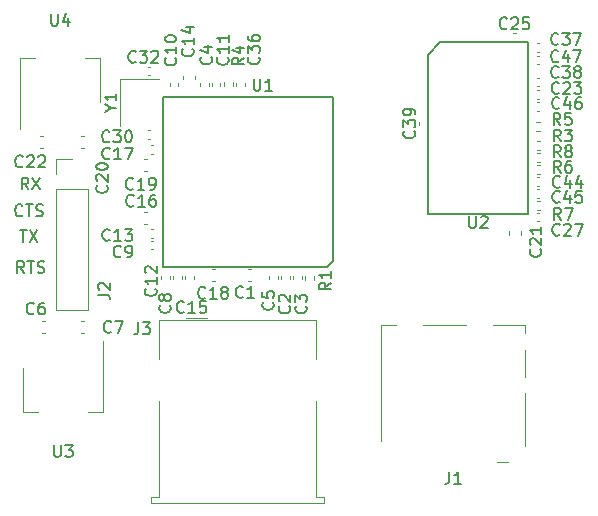
<source format=gbr>
%TF.GenerationSoftware,KiCad,Pcbnew,(5.1.7)-1*%
%TF.CreationDate,2021-06-10T10:44:12-07:00*%
%TF.ProjectId,Keychain,4b657963-6861-4696-9e2e-6b696361645f,rev?*%
%TF.SameCoordinates,Original*%
%TF.FileFunction,Legend,Top*%
%TF.FilePolarity,Positive*%
%FSLAX46Y46*%
G04 Gerber Fmt 4.6, Leading zero omitted, Abs format (unit mm)*
G04 Created by KiCad (PCBNEW (5.1.7)-1) date 2021-06-10 10:44:12*
%MOMM*%
%LPD*%
G01*
G04 APERTURE LIST*
%ADD10C,0.150000*%
%ADD11C,0.120000*%
G04 APERTURE END LIST*
D10*
X120932380Y-91812380D02*
X120599047Y-91336190D01*
X120360952Y-91812380D02*
X120360952Y-90812380D01*
X120741904Y-90812380D01*
X120837142Y-90860000D01*
X120884761Y-90907619D01*
X120932380Y-91002857D01*
X120932380Y-91145714D01*
X120884761Y-91240952D01*
X120837142Y-91288571D01*
X120741904Y-91336190D01*
X120360952Y-91336190D01*
X121218095Y-90812380D02*
X121789523Y-90812380D01*
X121503809Y-91812380D02*
X121503809Y-90812380D01*
X122075238Y-91764761D02*
X122218095Y-91812380D01*
X122456190Y-91812380D01*
X122551428Y-91764761D01*
X122599047Y-91717142D01*
X122646666Y-91621904D01*
X122646666Y-91526666D01*
X122599047Y-91431428D01*
X122551428Y-91383809D01*
X122456190Y-91336190D01*
X122265714Y-91288571D01*
X122170476Y-91240952D01*
X122122857Y-91193333D01*
X122075238Y-91098095D01*
X122075238Y-91002857D01*
X122122857Y-90907619D01*
X122170476Y-90860000D01*
X122265714Y-90812380D01*
X122503809Y-90812380D01*
X122646666Y-90860000D01*
X120588095Y-88202380D02*
X121159523Y-88202380D01*
X120873809Y-89202380D02*
X120873809Y-88202380D01*
X121397619Y-88202380D02*
X122064285Y-89202380D01*
X122064285Y-88202380D02*
X121397619Y-89202380D01*
X120792380Y-86927142D02*
X120744761Y-86974761D01*
X120601904Y-87022380D01*
X120506666Y-87022380D01*
X120363809Y-86974761D01*
X120268571Y-86879523D01*
X120220952Y-86784285D01*
X120173333Y-86593809D01*
X120173333Y-86450952D01*
X120220952Y-86260476D01*
X120268571Y-86165238D01*
X120363809Y-86070000D01*
X120506666Y-86022380D01*
X120601904Y-86022380D01*
X120744761Y-86070000D01*
X120792380Y-86117619D01*
X121078095Y-86022380D02*
X121649523Y-86022380D01*
X121363809Y-87022380D02*
X121363809Y-86022380D01*
X121935238Y-86974761D02*
X122078095Y-87022380D01*
X122316190Y-87022380D01*
X122411428Y-86974761D01*
X122459047Y-86927142D01*
X122506666Y-86831904D01*
X122506666Y-86736666D01*
X122459047Y-86641428D01*
X122411428Y-86593809D01*
X122316190Y-86546190D01*
X122125714Y-86498571D01*
X122030476Y-86450952D01*
X121982857Y-86403333D01*
X121935238Y-86308095D01*
X121935238Y-86212857D01*
X121982857Y-86117619D01*
X122030476Y-86070000D01*
X122125714Y-86022380D01*
X122363809Y-86022380D01*
X122506666Y-86070000D01*
X121303333Y-84752380D02*
X120970000Y-84276190D01*
X120731904Y-84752380D02*
X120731904Y-83752380D01*
X121112857Y-83752380D01*
X121208095Y-83800000D01*
X121255714Y-83847619D01*
X121303333Y-83942857D01*
X121303333Y-84085714D01*
X121255714Y-84180952D01*
X121208095Y-84228571D01*
X121112857Y-84276190D01*
X120731904Y-84276190D01*
X121636666Y-83752380D02*
X122303333Y-84752380D01*
X122303333Y-83752380D02*
X121636666Y-84752380D01*
%TO.C,U1*%
X132681500Y-91324000D02*
X132681500Y-76924000D01*
X147081500Y-76924000D02*
X132681500Y-76924000D01*
X146281500Y-91324000D02*
X132681500Y-91324000D01*
X147081500Y-90524000D02*
X147081500Y-76924000D01*
X146281500Y-91324000D02*
X146581500Y-91324000D01*
X146581500Y-91324000D02*
X147081500Y-90824000D01*
X147081500Y-90824000D02*
X147081500Y-90524000D01*
D11*
%TO.C,C27*%
X164342164Y-87460000D02*
X164557836Y-87460000D01*
X164342164Y-86740000D02*
X164557836Y-86740000D01*
%TO.C,Y1*%
X129075000Y-75400000D02*
X129075000Y-79400000D01*
X132375000Y-75400000D02*
X129075000Y-75400000D01*
%TO.C,U4*%
X120565000Y-79600000D02*
X120565000Y-73590000D01*
X127385000Y-77350000D02*
X127385000Y-73590000D01*
X120565000Y-73590000D02*
X121825000Y-73590000D01*
X127385000Y-73590000D02*
X126125000Y-73590000D01*
%TO.C,U3*%
X127635000Y-97600000D02*
X127635000Y-103610000D01*
X120815000Y-99850000D02*
X120815000Y-103610000D01*
X127635000Y-103610000D02*
X126375000Y-103610000D01*
X120815000Y-103610000D02*
X122075000Y-103610000D01*
%TO.C,R8*%
X164628641Y-81670000D02*
X164321359Y-81670000D01*
X164628641Y-82430000D02*
X164321359Y-82430000D01*
%TO.C,R4*%
X137845000Y-75696359D02*
X137845000Y-76003641D01*
X138605000Y-75696359D02*
X138605000Y-76003641D01*
%TO.C,R3*%
X164321359Y-81405000D02*
X164628641Y-81405000D01*
X164321359Y-80645000D02*
X164628641Y-80645000D01*
%TO.C,R1*%
X144720000Y-92071359D02*
X144720000Y-92378641D01*
X145480000Y-92071359D02*
X145480000Y-92378641D01*
%TO.C,J3*%
X134625000Y-95600000D02*
X136425000Y-95600000D01*
X146335000Y-110780000D02*
X145685000Y-110780000D01*
X131715000Y-110780000D02*
X131715000Y-111300000D01*
X145685000Y-102670000D02*
X145685000Y-110780000D01*
X131715000Y-111300000D02*
X146335000Y-111300000D01*
X146335000Y-111300000D02*
X146335000Y-110780000D01*
X145685000Y-95820000D02*
X145685000Y-99150000D01*
X132365000Y-95820000D02*
X132365000Y-99150000D01*
X132365000Y-95820000D02*
X145685000Y-95820000D01*
X132365000Y-110780000D02*
X131715000Y-110780000D01*
X132365000Y-110780000D02*
X132365000Y-102670000D01*
%TO.C,J2*%
X123670000Y-82145000D02*
X125000000Y-82145000D01*
X123670000Y-83475000D02*
X123670000Y-82145000D01*
X123670000Y-84745000D02*
X126330000Y-84745000D01*
X126330000Y-84745000D02*
X126330000Y-94965000D01*
X123670000Y-84745000D02*
X123670000Y-94965000D01*
X123670000Y-94965000D02*
X126330000Y-94965000D01*
%TO.C,J1*%
X163345000Y-106475000D02*
X163345000Y-102025000D01*
X163345000Y-100625000D02*
X163345000Y-98325000D01*
X163345000Y-96925000D02*
X163345000Y-96205000D01*
X163345000Y-96205000D02*
X160665000Y-96205000D01*
X158365000Y-96205000D02*
X154695000Y-96205000D01*
X152395000Y-96205000D02*
X151165000Y-96205000D01*
X151165000Y-96205000D02*
X151165000Y-106025000D01*
X161865000Y-107845000D02*
X161005000Y-107845000D01*
%TO.C,C39*%
X155110000Y-79282836D02*
X155110000Y-79067164D01*
X154390000Y-79282836D02*
X154390000Y-79067164D01*
%TO.C,C38*%
X164317164Y-76035000D02*
X164532836Y-76035000D01*
X164317164Y-75315000D02*
X164532836Y-75315000D01*
%TO.C,C37*%
X164317164Y-73085000D02*
X164532836Y-73085000D01*
X164317164Y-72365000D02*
X164532836Y-72365000D01*
%TO.C,C36*%
X139610000Y-75982836D02*
X139610000Y-75767164D01*
X138890000Y-75982836D02*
X138890000Y-75767164D01*
%TO.C,C32*%
X131417164Y-75085000D02*
X131632836Y-75085000D01*
X131417164Y-74365000D02*
X131632836Y-74365000D01*
%TO.C,C30*%
X131632836Y-79740000D02*
X131417164Y-79740000D01*
X131632836Y-80460000D02*
X131417164Y-80460000D01*
%TO.C,C22*%
X122565580Y-80265000D02*
X122284420Y-80265000D01*
X122565580Y-81285000D02*
X122284420Y-81285000D01*
%TO.C,C20*%
X125734420Y-81285000D02*
X126015580Y-81285000D01*
X125734420Y-80265000D02*
X126015580Y-80265000D01*
%TO.C,C19*%
X131340580Y-82165000D02*
X131059420Y-82165000D01*
X131340580Y-83185000D02*
X131059420Y-83185000D01*
%TO.C,C18*%
X136809420Y-92535000D02*
X137090580Y-92535000D01*
X136809420Y-91515000D02*
X137090580Y-91515000D01*
%TO.C,C17*%
X131882836Y-80990000D02*
X131667164Y-80990000D01*
X131882836Y-81710000D02*
X131667164Y-81710000D01*
%TO.C,C16*%
X131340580Y-86690000D02*
X131059420Y-86690000D01*
X131340580Y-87710000D02*
X131059420Y-87710000D01*
%TO.C,C15*%
X134565000Y-92092164D02*
X134565000Y-92307836D01*
X135285000Y-92092164D02*
X135285000Y-92307836D01*
%TO.C,C14*%
X135410000Y-75440580D02*
X135410000Y-75159420D01*
X134390000Y-75440580D02*
X134390000Y-75159420D01*
%TO.C,C13*%
X131882836Y-88115000D02*
X131667164Y-88115000D01*
X131882836Y-88835000D02*
X131667164Y-88835000D01*
%TO.C,C12*%
X132565000Y-92092164D02*
X132565000Y-92307836D01*
X133285000Y-92092164D02*
X133285000Y-92307836D01*
%TO.C,C11*%
X137560000Y-75957836D02*
X137560000Y-75742164D01*
X136840000Y-75957836D02*
X136840000Y-75742164D01*
%TO.C,C10*%
X133985000Y-75982836D02*
X133985000Y-75767164D01*
X133265000Y-75982836D02*
X133265000Y-75767164D01*
%TO.C,C9*%
X131882836Y-89115000D02*
X131667164Y-89115000D01*
X131882836Y-89835000D02*
X131667164Y-89835000D01*
%TO.C,C8*%
X133565000Y-92092164D02*
X133565000Y-92307836D01*
X134285000Y-92092164D02*
X134285000Y-92307836D01*
%TO.C,C7*%
X125759420Y-96910000D02*
X126040580Y-96910000D01*
X125759420Y-95890000D02*
X126040580Y-95890000D01*
%TO.C,C6*%
X122715580Y-95890000D02*
X122434420Y-95890000D01*
X122715580Y-96910000D02*
X122434420Y-96910000D01*
%TO.C,C5*%
X141690000Y-92092164D02*
X141690000Y-92307836D01*
X142410000Y-92092164D02*
X142410000Y-92307836D01*
%TO.C,C4*%
X136560000Y-75957836D02*
X136560000Y-75742164D01*
X135840000Y-75957836D02*
X135840000Y-75742164D01*
%TO.C,C3*%
X143715000Y-92092164D02*
X143715000Y-92307836D01*
X144435000Y-92092164D02*
X144435000Y-92307836D01*
%TO.C,C2*%
X142715000Y-92092164D02*
X142715000Y-92307836D01*
X143435000Y-92092164D02*
X143435000Y-92307836D01*
%TO.C,C1*%
X140140580Y-91515000D02*
X139859420Y-91515000D01*
X140140580Y-92535000D02*
X139859420Y-92535000D01*
D10*
%TO.C,U2*%
X156165000Y-72300000D02*
X155115000Y-73350000D01*
X155115000Y-73350000D02*
X155115000Y-86800000D01*
X155115000Y-86800000D02*
X163615000Y-86800000D01*
X163615000Y-86800000D02*
X163615000Y-72300000D01*
X163615000Y-72300000D02*
X156165000Y-72300000D01*
D11*
%TO.C,R7*%
X164628641Y-86455000D02*
X164321359Y-86455000D01*
X164628641Y-85695000D02*
X164321359Y-85695000D01*
%TO.C,R6*%
X164321359Y-82695000D02*
X164628641Y-82695000D01*
X164321359Y-83455000D02*
X164628641Y-83455000D01*
%TO.C,C45*%
X164347164Y-84715000D02*
X164562836Y-84715000D01*
X164347164Y-85435000D02*
X164562836Y-85435000D01*
%TO.C,C44*%
X164557836Y-84435000D02*
X164342164Y-84435000D01*
X164557836Y-83715000D02*
X164342164Y-83715000D01*
%TO.C,C25*%
X162342164Y-71540000D02*
X162557836Y-71540000D01*
X162342164Y-72260000D02*
X162557836Y-72260000D01*
%TO.C,C23*%
X164317164Y-76340000D02*
X164532836Y-76340000D01*
X164317164Y-77060000D02*
X164532836Y-77060000D01*
%TO.C,C21*%
X163035000Y-88309420D02*
X163035000Y-88590580D01*
X162015000Y-88309420D02*
X162015000Y-88590580D01*
%TO.C,R5*%
X164603641Y-79780000D02*
X164296359Y-79780000D01*
X164603641Y-79020000D02*
X164296359Y-79020000D01*
%TO.C,C47*%
X164532836Y-74160000D02*
X164317164Y-74160000D01*
X164532836Y-73440000D02*
X164317164Y-73440000D01*
%TO.C,C46*%
X164317164Y-77390000D02*
X164532836Y-77390000D01*
X164317164Y-78110000D02*
X164532836Y-78110000D01*
%TO.C,U1*%
D10*
X140363095Y-75377380D02*
X140363095Y-76186904D01*
X140410714Y-76282142D01*
X140458333Y-76329761D01*
X140553571Y-76377380D01*
X140744047Y-76377380D01*
X140839285Y-76329761D01*
X140886904Y-76282142D01*
X140934523Y-76186904D01*
X140934523Y-75377380D01*
X141934523Y-76377380D02*
X141363095Y-76377380D01*
X141648809Y-76377380D02*
X141648809Y-75377380D01*
X141553571Y-75520238D01*
X141458333Y-75615476D01*
X141363095Y-75663095D01*
%TO.C,C27*%
X166282142Y-88557142D02*
X166234523Y-88604761D01*
X166091666Y-88652380D01*
X165996428Y-88652380D01*
X165853571Y-88604761D01*
X165758333Y-88509523D01*
X165710714Y-88414285D01*
X165663095Y-88223809D01*
X165663095Y-88080952D01*
X165710714Y-87890476D01*
X165758333Y-87795238D01*
X165853571Y-87700000D01*
X165996428Y-87652380D01*
X166091666Y-87652380D01*
X166234523Y-87700000D01*
X166282142Y-87747619D01*
X166663095Y-87747619D02*
X166710714Y-87700000D01*
X166805952Y-87652380D01*
X167044047Y-87652380D01*
X167139285Y-87700000D01*
X167186904Y-87747619D01*
X167234523Y-87842857D01*
X167234523Y-87938095D01*
X167186904Y-88080952D01*
X166615476Y-88652380D01*
X167234523Y-88652380D01*
X167567857Y-87652380D02*
X168234523Y-87652380D01*
X167805952Y-88652380D01*
%TO.C,Y1*%
X128276190Y-77826190D02*
X128752380Y-77826190D01*
X127752380Y-78159523D02*
X128276190Y-77826190D01*
X127752380Y-77492857D01*
X128752380Y-76635714D02*
X128752380Y-77207142D01*
X128752380Y-76921428D02*
X127752380Y-76921428D01*
X127895238Y-77016666D01*
X127990476Y-77111904D01*
X128038095Y-77207142D01*
%TO.C,U4*%
X123213095Y-69877380D02*
X123213095Y-70686904D01*
X123260714Y-70782142D01*
X123308333Y-70829761D01*
X123403571Y-70877380D01*
X123594047Y-70877380D01*
X123689285Y-70829761D01*
X123736904Y-70782142D01*
X123784523Y-70686904D01*
X123784523Y-69877380D01*
X124689285Y-70210714D02*
X124689285Y-70877380D01*
X124451190Y-69829761D02*
X124213095Y-70544047D01*
X124832142Y-70544047D01*
%TO.C,U3*%
X123463095Y-106402380D02*
X123463095Y-107211904D01*
X123510714Y-107307142D01*
X123558333Y-107354761D01*
X123653571Y-107402380D01*
X123844047Y-107402380D01*
X123939285Y-107354761D01*
X123986904Y-107307142D01*
X124034523Y-107211904D01*
X124034523Y-106402380D01*
X124415476Y-106402380D02*
X125034523Y-106402380D01*
X124701190Y-106783333D01*
X124844047Y-106783333D01*
X124939285Y-106830952D01*
X124986904Y-106878571D01*
X125034523Y-106973809D01*
X125034523Y-107211904D01*
X124986904Y-107307142D01*
X124939285Y-107354761D01*
X124844047Y-107402380D01*
X124558333Y-107402380D01*
X124463095Y-107354761D01*
X124415476Y-107307142D01*
%TO.C,R8*%
X166358333Y-82027380D02*
X166025000Y-81551190D01*
X165786904Y-82027380D02*
X165786904Y-81027380D01*
X166167857Y-81027380D01*
X166263095Y-81075000D01*
X166310714Y-81122619D01*
X166358333Y-81217857D01*
X166358333Y-81360714D01*
X166310714Y-81455952D01*
X166263095Y-81503571D01*
X166167857Y-81551190D01*
X165786904Y-81551190D01*
X166929761Y-81455952D02*
X166834523Y-81408333D01*
X166786904Y-81360714D01*
X166739285Y-81265476D01*
X166739285Y-81217857D01*
X166786904Y-81122619D01*
X166834523Y-81075000D01*
X166929761Y-81027380D01*
X167120238Y-81027380D01*
X167215476Y-81075000D01*
X167263095Y-81122619D01*
X167310714Y-81217857D01*
X167310714Y-81265476D01*
X167263095Y-81360714D01*
X167215476Y-81408333D01*
X167120238Y-81455952D01*
X166929761Y-81455952D01*
X166834523Y-81503571D01*
X166786904Y-81551190D01*
X166739285Y-81646428D01*
X166739285Y-81836904D01*
X166786904Y-81932142D01*
X166834523Y-81979761D01*
X166929761Y-82027380D01*
X167120238Y-82027380D01*
X167215476Y-81979761D01*
X167263095Y-81932142D01*
X167310714Y-81836904D01*
X167310714Y-81646428D01*
X167263095Y-81551190D01*
X167215476Y-81503571D01*
X167120238Y-81455952D01*
%TO.C,R4*%
X139552380Y-73591666D02*
X139076190Y-73925000D01*
X139552380Y-74163095D02*
X138552380Y-74163095D01*
X138552380Y-73782142D01*
X138600000Y-73686904D01*
X138647619Y-73639285D01*
X138742857Y-73591666D01*
X138885714Y-73591666D01*
X138980952Y-73639285D01*
X139028571Y-73686904D01*
X139076190Y-73782142D01*
X139076190Y-74163095D01*
X138885714Y-72734523D02*
X139552380Y-72734523D01*
X138504761Y-72972619D02*
X139219047Y-73210714D01*
X139219047Y-72591666D01*
%TO.C,R3*%
X166358333Y-80677380D02*
X166025000Y-80201190D01*
X165786904Y-80677380D02*
X165786904Y-79677380D01*
X166167857Y-79677380D01*
X166263095Y-79725000D01*
X166310714Y-79772619D01*
X166358333Y-79867857D01*
X166358333Y-80010714D01*
X166310714Y-80105952D01*
X166263095Y-80153571D01*
X166167857Y-80201190D01*
X165786904Y-80201190D01*
X166691666Y-79677380D02*
X167310714Y-79677380D01*
X166977380Y-80058333D01*
X167120238Y-80058333D01*
X167215476Y-80105952D01*
X167263095Y-80153571D01*
X167310714Y-80248809D01*
X167310714Y-80486904D01*
X167263095Y-80582142D01*
X167215476Y-80629761D01*
X167120238Y-80677380D01*
X166834523Y-80677380D01*
X166739285Y-80629761D01*
X166691666Y-80582142D01*
%TO.C,R1*%
X146902380Y-92641666D02*
X146426190Y-92975000D01*
X146902380Y-93213095D02*
X145902380Y-93213095D01*
X145902380Y-92832142D01*
X145950000Y-92736904D01*
X145997619Y-92689285D01*
X146092857Y-92641666D01*
X146235714Y-92641666D01*
X146330952Y-92689285D01*
X146378571Y-92736904D01*
X146426190Y-92832142D01*
X146426190Y-93213095D01*
X146902380Y-91689285D02*
X146902380Y-92260714D01*
X146902380Y-91975000D02*
X145902380Y-91975000D01*
X146045238Y-92070238D01*
X146140476Y-92165476D01*
X146188095Y-92260714D01*
%TO.C,J3*%
X130591666Y-96002380D02*
X130591666Y-96716666D01*
X130544047Y-96859523D01*
X130448809Y-96954761D01*
X130305952Y-97002380D01*
X130210714Y-97002380D01*
X130972619Y-96002380D02*
X131591666Y-96002380D01*
X131258333Y-96383333D01*
X131401190Y-96383333D01*
X131496428Y-96430952D01*
X131544047Y-96478571D01*
X131591666Y-96573809D01*
X131591666Y-96811904D01*
X131544047Y-96907142D01*
X131496428Y-96954761D01*
X131401190Y-97002380D01*
X131115476Y-97002380D01*
X131020238Y-96954761D01*
X130972619Y-96907142D01*
%TO.C,J2*%
X127202380Y-93663333D02*
X127916666Y-93663333D01*
X128059523Y-93710952D01*
X128154761Y-93806190D01*
X128202380Y-93949047D01*
X128202380Y-94044285D01*
X127297619Y-93234761D02*
X127250000Y-93187142D01*
X127202380Y-93091904D01*
X127202380Y-92853809D01*
X127250000Y-92758571D01*
X127297619Y-92710952D01*
X127392857Y-92663333D01*
X127488095Y-92663333D01*
X127630952Y-92710952D01*
X128202380Y-93282380D01*
X128202380Y-92663333D01*
%TO.C,J1*%
X156941666Y-108657380D02*
X156941666Y-109371666D01*
X156894047Y-109514523D01*
X156798809Y-109609761D01*
X156655952Y-109657380D01*
X156560714Y-109657380D01*
X157941666Y-109657380D02*
X157370238Y-109657380D01*
X157655952Y-109657380D02*
X157655952Y-108657380D01*
X157560714Y-108800238D01*
X157465476Y-108895476D01*
X157370238Y-108943095D01*
%TO.C,C39*%
X153947142Y-79817857D02*
X153994761Y-79865476D01*
X154042380Y-80008333D01*
X154042380Y-80103571D01*
X153994761Y-80246428D01*
X153899523Y-80341666D01*
X153804285Y-80389285D01*
X153613809Y-80436904D01*
X153470952Y-80436904D01*
X153280476Y-80389285D01*
X153185238Y-80341666D01*
X153090000Y-80246428D01*
X153042380Y-80103571D01*
X153042380Y-80008333D01*
X153090000Y-79865476D01*
X153137619Y-79817857D01*
X153042380Y-79484523D02*
X153042380Y-78865476D01*
X153423333Y-79198809D01*
X153423333Y-79055952D01*
X153470952Y-78960714D01*
X153518571Y-78913095D01*
X153613809Y-78865476D01*
X153851904Y-78865476D01*
X153947142Y-78913095D01*
X153994761Y-78960714D01*
X154042380Y-79055952D01*
X154042380Y-79341666D01*
X153994761Y-79436904D01*
X153947142Y-79484523D01*
X154042380Y-78389285D02*
X154042380Y-78198809D01*
X153994761Y-78103571D01*
X153947142Y-78055952D01*
X153804285Y-77960714D01*
X153613809Y-77913095D01*
X153232857Y-77913095D01*
X153137619Y-77960714D01*
X153090000Y-78008333D01*
X153042380Y-78103571D01*
X153042380Y-78294047D01*
X153090000Y-78389285D01*
X153137619Y-78436904D01*
X153232857Y-78484523D01*
X153470952Y-78484523D01*
X153566190Y-78436904D01*
X153613809Y-78389285D01*
X153661428Y-78294047D01*
X153661428Y-78103571D01*
X153613809Y-78008333D01*
X153566190Y-77960714D01*
X153470952Y-77913095D01*
%TO.C,C38*%
X166182142Y-75207142D02*
X166134523Y-75254761D01*
X165991666Y-75302380D01*
X165896428Y-75302380D01*
X165753571Y-75254761D01*
X165658333Y-75159523D01*
X165610714Y-75064285D01*
X165563095Y-74873809D01*
X165563095Y-74730952D01*
X165610714Y-74540476D01*
X165658333Y-74445238D01*
X165753571Y-74350000D01*
X165896428Y-74302380D01*
X165991666Y-74302380D01*
X166134523Y-74350000D01*
X166182142Y-74397619D01*
X166515476Y-74302380D02*
X167134523Y-74302380D01*
X166801190Y-74683333D01*
X166944047Y-74683333D01*
X167039285Y-74730952D01*
X167086904Y-74778571D01*
X167134523Y-74873809D01*
X167134523Y-75111904D01*
X167086904Y-75207142D01*
X167039285Y-75254761D01*
X166944047Y-75302380D01*
X166658333Y-75302380D01*
X166563095Y-75254761D01*
X166515476Y-75207142D01*
X167705952Y-74730952D02*
X167610714Y-74683333D01*
X167563095Y-74635714D01*
X167515476Y-74540476D01*
X167515476Y-74492857D01*
X167563095Y-74397619D01*
X167610714Y-74350000D01*
X167705952Y-74302380D01*
X167896428Y-74302380D01*
X167991666Y-74350000D01*
X168039285Y-74397619D01*
X168086904Y-74492857D01*
X168086904Y-74540476D01*
X168039285Y-74635714D01*
X167991666Y-74683333D01*
X167896428Y-74730952D01*
X167705952Y-74730952D01*
X167610714Y-74778571D01*
X167563095Y-74826190D01*
X167515476Y-74921428D01*
X167515476Y-75111904D01*
X167563095Y-75207142D01*
X167610714Y-75254761D01*
X167705952Y-75302380D01*
X167896428Y-75302380D01*
X167991666Y-75254761D01*
X168039285Y-75207142D01*
X168086904Y-75111904D01*
X168086904Y-74921428D01*
X168039285Y-74826190D01*
X167991666Y-74778571D01*
X167896428Y-74730952D01*
%TO.C,C37*%
X166157142Y-72407142D02*
X166109523Y-72454761D01*
X165966666Y-72502380D01*
X165871428Y-72502380D01*
X165728571Y-72454761D01*
X165633333Y-72359523D01*
X165585714Y-72264285D01*
X165538095Y-72073809D01*
X165538095Y-71930952D01*
X165585714Y-71740476D01*
X165633333Y-71645238D01*
X165728571Y-71550000D01*
X165871428Y-71502380D01*
X165966666Y-71502380D01*
X166109523Y-71550000D01*
X166157142Y-71597619D01*
X166490476Y-71502380D02*
X167109523Y-71502380D01*
X166776190Y-71883333D01*
X166919047Y-71883333D01*
X167014285Y-71930952D01*
X167061904Y-71978571D01*
X167109523Y-72073809D01*
X167109523Y-72311904D01*
X167061904Y-72407142D01*
X167014285Y-72454761D01*
X166919047Y-72502380D01*
X166633333Y-72502380D01*
X166538095Y-72454761D01*
X166490476Y-72407142D01*
X167442857Y-71502380D02*
X168109523Y-71502380D01*
X167680952Y-72502380D01*
%TO.C,C36*%
X140782142Y-73542857D02*
X140829761Y-73590476D01*
X140877380Y-73733333D01*
X140877380Y-73828571D01*
X140829761Y-73971428D01*
X140734523Y-74066666D01*
X140639285Y-74114285D01*
X140448809Y-74161904D01*
X140305952Y-74161904D01*
X140115476Y-74114285D01*
X140020238Y-74066666D01*
X139925000Y-73971428D01*
X139877380Y-73828571D01*
X139877380Y-73733333D01*
X139925000Y-73590476D01*
X139972619Y-73542857D01*
X139877380Y-73209523D02*
X139877380Y-72590476D01*
X140258333Y-72923809D01*
X140258333Y-72780952D01*
X140305952Y-72685714D01*
X140353571Y-72638095D01*
X140448809Y-72590476D01*
X140686904Y-72590476D01*
X140782142Y-72638095D01*
X140829761Y-72685714D01*
X140877380Y-72780952D01*
X140877380Y-73066666D01*
X140829761Y-73161904D01*
X140782142Y-73209523D01*
X139877380Y-71733333D02*
X139877380Y-71923809D01*
X139925000Y-72019047D01*
X139972619Y-72066666D01*
X140115476Y-72161904D01*
X140305952Y-72209523D01*
X140686904Y-72209523D01*
X140782142Y-72161904D01*
X140829761Y-72114285D01*
X140877380Y-72019047D01*
X140877380Y-71828571D01*
X140829761Y-71733333D01*
X140782142Y-71685714D01*
X140686904Y-71638095D01*
X140448809Y-71638095D01*
X140353571Y-71685714D01*
X140305952Y-71733333D01*
X140258333Y-71828571D01*
X140258333Y-72019047D01*
X140305952Y-72114285D01*
X140353571Y-72161904D01*
X140448809Y-72209523D01*
%TO.C,C32*%
X130382142Y-73922142D02*
X130334523Y-73969761D01*
X130191666Y-74017380D01*
X130096428Y-74017380D01*
X129953571Y-73969761D01*
X129858333Y-73874523D01*
X129810714Y-73779285D01*
X129763095Y-73588809D01*
X129763095Y-73445952D01*
X129810714Y-73255476D01*
X129858333Y-73160238D01*
X129953571Y-73065000D01*
X130096428Y-73017380D01*
X130191666Y-73017380D01*
X130334523Y-73065000D01*
X130382142Y-73112619D01*
X130715476Y-73017380D02*
X131334523Y-73017380D01*
X131001190Y-73398333D01*
X131144047Y-73398333D01*
X131239285Y-73445952D01*
X131286904Y-73493571D01*
X131334523Y-73588809D01*
X131334523Y-73826904D01*
X131286904Y-73922142D01*
X131239285Y-73969761D01*
X131144047Y-74017380D01*
X130858333Y-74017380D01*
X130763095Y-73969761D01*
X130715476Y-73922142D01*
X131715476Y-73112619D02*
X131763095Y-73065000D01*
X131858333Y-73017380D01*
X132096428Y-73017380D01*
X132191666Y-73065000D01*
X132239285Y-73112619D01*
X132286904Y-73207857D01*
X132286904Y-73303095D01*
X132239285Y-73445952D01*
X131667857Y-74017380D01*
X132286904Y-74017380D01*
%TO.C,C30*%
X128157142Y-80657142D02*
X128109523Y-80704761D01*
X127966666Y-80752380D01*
X127871428Y-80752380D01*
X127728571Y-80704761D01*
X127633333Y-80609523D01*
X127585714Y-80514285D01*
X127538095Y-80323809D01*
X127538095Y-80180952D01*
X127585714Y-79990476D01*
X127633333Y-79895238D01*
X127728571Y-79800000D01*
X127871428Y-79752380D01*
X127966666Y-79752380D01*
X128109523Y-79800000D01*
X128157142Y-79847619D01*
X128490476Y-79752380D02*
X129109523Y-79752380D01*
X128776190Y-80133333D01*
X128919047Y-80133333D01*
X129014285Y-80180952D01*
X129061904Y-80228571D01*
X129109523Y-80323809D01*
X129109523Y-80561904D01*
X129061904Y-80657142D01*
X129014285Y-80704761D01*
X128919047Y-80752380D01*
X128633333Y-80752380D01*
X128538095Y-80704761D01*
X128490476Y-80657142D01*
X129728571Y-79752380D02*
X129823809Y-79752380D01*
X129919047Y-79800000D01*
X129966666Y-79847619D01*
X130014285Y-79942857D01*
X130061904Y-80133333D01*
X130061904Y-80371428D01*
X130014285Y-80561904D01*
X129966666Y-80657142D01*
X129919047Y-80704761D01*
X129823809Y-80752380D01*
X129728571Y-80752380D01*
X129633333Y-80704761D01*
X129585714Y-80657142D01*
X129538095Y-80561904D01*
X129490476Y-80371428D01*
X129490476Y-80133333D01*
X129538095Y-79942857D01*
X129585714Y-79847619D01*
X129633333Y-79800000D01*
X129728571Y-79752380D01*
%TO.C,C22*%
X120807142Y-82782142D02*
X120759523Y-82829761D01*
X120616666Y-82877380D01*
X120521428Y-82877380D01*
X120378571Y-82829761D01*
X120283333Y-82734523D01*
X120235714Y-82639285D01*
X120188095Y-82448809D01*
X120188095Y-82305952D01*
X120235714Y-82115476D01*
X120283333Y-82020238D01*
X120378571Y-81925000D01*
X120521428Y-81877380D01*
X120616666Y-81877380D01*
X120759523Y-81925000D01*
X120807142Y-81972619D01*
X121188095Y-81972619D02*
X121235714Y-81925000D01*
X121330952Y-81877380D01*
X121569047Y-81877380D01*
X121664285Y-81925000D01*
X121711904Y-81972619D01*
X121759523Y-82067857D01*
X121759523Y-82163095D01*
X121711904Y-82305952D01*
X121140476Y-82877380D01*
X121759523Y-82877380D01*
X122140476Y-81972619D02*
X122188095Y-81925000D01*
X122283333Y-81877380D01*
X122521428Y-81877380D01*
X122616666Y-81925000D01*
X122664285Y-81972619D01*
X122711904Y-82067857D01*
X122711904Y-82163095D01*
X122664285Y-82305952D01*
X122092857Y-82877380D01*
X122711904Y-82877380D01*
%TO.C,C20*%
X127932142Y-84417857D02*
X127979761Y-84465476D01*
X128027380Y-84608333D01*
X128027380Y-84703571D01*
X127979761Y-84846428D01*
X127884523Y-84941666D01*
X127789285Y-84989285D01*
X127598809Y-85036904D01*
X127455952Y-85036904D01*
X127265476Y-84989285D01*
X127170238Y-84941666D01*
X127075000Y-84846428D01*
X127027380Y-84703571D01*
X127027380Y-84608333D01*
X127075000Y-84465476D01*
X127122619Y-84417857D01*
X127122619Y-84036904D02*
X127075000Y-83989285D01*
X127027380Y-83894047D01*
X127027380Y-83655952D01*
X127075000Y-83560714D01*
X127122619Y-83513095D01*
X127217857Y-83465476D01*
X127313095Y-83465476D01*
X127455952Y-83513095D01*
X128027380Y-84084523D01*
X128027380Y-83465476D01*
X127027380Y-82846428D02*
X127027380Y-82751190D01*
X127075000Y-82655952D01*
X127122619Y-82608333D01*
X127217857Y-82560714D01*
X127408333Y-82513095D01*
X127646428Y-82513095D01*
X127836904Y-82560714D01*
X127932142Y-82608333D01*
X127979761Y-82655952D01*
X128027380Y-82751190D01*
X128027380Y-82846428D01*
X127979761Y-82941666D01*
X127932142Y-82989285D01*
X127836904Y-83036904D01*
X127646428Y-83084523D01*
X127408333Y-83084523D01*
X127217857Y-83036904D01*
X127122619Y-82989285D01*
X127075000Y-82941666D01*
X127027380Y-82846428D01*
%TO.C,C19*%
X130157142Y-84682142D02*
X130109523Y-84729761D01*
X129966666Y-84777380D01*
X129871428Y-84777380D01*
X129728571Y-84729761D01*
X129633333Y-84634523D01*
X129585714Y-84539285D01*
X129538095Y-84348809D01*
X129538095Y-84205952D01*
X129585714Y-84015476D01*
X129633333Y-83920238D01*
X129728571Y-83825000D01*
X129871428Y-83777380D01*
X129966666Y-83777380D01*
X130109523Y-83825000D01*
X130157142Y-83872619D01*
X131109523Y-84777380D02*
X130538095Y-84777380D01*
X130823809Y-84777380D02*
X130823809Y-83777380D01*
X130728571Y-83920238D01*
X130633333Y-84015476D01*
X130538095Y-84063095D01*
X131585714Y-84777380D02*
X131776190Y-84777380D01*
X131871428Y-84729761D01*
X131919047Y-84682142D01*
X132014285Y-84539285D01*
X132061904Y-84348809D01*
X132061904Y-83967857D01*
X132014285Y-83872619D01*
X131966666Y-83825000D01*
X131871428Y-83777380D01*
X131680952Y-83777380D01*
X131585714Y-83825000D01*
X131538095Y-83872619D01*
X131490476Y-83967857D01*
X131490476Y-84205952D01*
X131538095Y-84301190D01*
X131585714Y-84348809D01*
X131680952Y-84396428D01*
X131871428Y-84396428D01*
X131966666Y-84348809D01*
X132014285Y-84301190D01*
X132061904Y-84205952D01*
%TO.C,C18*%
X136282142Y-93907142D02*
X136234523Y-93954761D01*
X136091666Y-94002380D01*
X135996428Y-94002380D01*
X135853571Y-93954761D01*
X135758333Y-93859523D01*
X135710714Y-93764285D01*
X135663095Y-93573809D01*
X135663095Y-93430952D01*
X135710714Y-93240476D01*
X135758333Y-93145238D01*
X135853571Y-93050000D01*
X135996428Y-93002380D01*
X136091666Y-93002380D01*
X136234523Y-93050000D01*
X136282142Y-93097619D01*
X137234523Y-94002380D02*
X136663095Y-94002380D01*
X136948809Y-94002380D02*
X136948809Y-93002380D01*
X136853571Y-93145238D01*
X136758333Y-93240476D01*
X136663095Y-93288095D01*
X137805952Y-93430952D02*
X137710714Y-93383333D01*
X137663095Y-93335714D01*
X137615476Y-93240476D01*
X137615476Y-93192857D01*
X137663095Y-93097619D01*
X137710714Y-93050000D01*
X137805952Y-93002380D01*
X137996428Y-93002380D01*
X138091666Y-93050000D01*
X138139285Y-93097619D01*
X138186904Y-93192857D01*
X138186904Y-93240476D01*
X138139285Y-93335714D01*
X138091666Y-93383333D01*
X137996428Y-93430952D01*
X137805952Y-93430952D01*
X137710714Y-93478571D01*
X137663095Y-93526190D01*
X137615476Y-93621428D01*
X137615476Y-93811904D01*
X137663095Y-93907142D01*
X137710714Y-93954761D01*
X137805952Y-94002380D01*
X137996428Y-94002380D01*
X138091666Y-93954761D01*
X138139285Y-93907142D01*
X138186904Y-93811904D01*
X138186904Y-93621428D01*
X138139285Y-93526190D01*
X138091666Y-93478571D01*
X137996428Y-93430952D01*
%TO.C,C17*%
X128182142Y-82107142D02*
X128134523Y-82154761D01*
X127991666Y-82202380D01*
X127896428Y-82202380D01*
X127753571Y-82154761D01*
X127658333Y-82059523D01*
X127610714Y-81964285D01*
X127563095Y-81773809D01*
X127563095Y-81630952D01*
X127610714Y-81440476D01*
X127658333Y-81345238D01*
X127753571Y-81250000D01*
X127896428Y-81202380D01*
X127991666Y-81202380D01*
X128134523Y-81250000D01*
X128182142Y-81297619D01*
X129134523Y-82202380D02*
X128563095Y-82202380D01*
X128848809Y-82202380D02*
X128848809Y-81202380D01*
X128753571Y-81345238D01*
X128658333Y-81440476D01*
X128563095Y-81488095D01*
X129467857Y-81202380D02*
X130134523Y-81202380D01*
X129705952Y-82202380D01*
%TO.C,C16*%
X130207142Y-86107142D02*
X130159523Y-86154761D01*
X130016666Y-86202380D01*
X129921428Y-86202380D01*
X129778571Y-86154761D01*
X129683333Y-86059523D01*
X129635714Y-85964285D01*
X129588095Y-85773809D01*
X129588095Y-85630952D01*
X129635714Y-85440476D01*
X129683333Y-85345238D01*
X129778571Y-85250000D01*
X129921428Y-85202380D01*
X130016666Y-85202380D01*
X130159523Y-85250000D01*
X130207142Y-85297619D01*
X131159523Y-86202380D02*
X130588095Y-86202380D01*
X130873809Y-86202380D02*
X130873809Y-85202380D01*
X130778571Y-85345238D01*
X130683333Y-85440476D01*
X130588095Y-85488095D01*
X132016666Y-85202380D02*
X131826190Y-85202380D01*
X131730952Y-85250000D01*
X131683333Y-85297619D01*
X131588095Y-85440476D01*
X131540476Y-85630952D01*
X131540476Y-86011904D01*
X131588095Y-86107142D01*
X131635714Y-86154761D01*
X131730952Y-86202380D01*
X131921428Y-86202380D01*
X132016666Y-86154761D01*
X132064285Y-86107142D01*
X132111904Y-86011904D01*
X132111904Y-85773809D01*
X132064285Y-85678571D01*
X132016666Y-85630952D01*
X131921428Y-85583333D01*
X131730952Y-85583333D01*
X131635714Y-85630952D01*
X131588095Y-85678571D01*
X131540476Y-85773809D01*
%TO.C,C15*%
X134457142Y-95107142D02*
X134409523Y-95154761D01*
X134266666Y-95202380D01*
X134171428Y-95202380D01*
X134028571Y-95154761D01*
X133933333Y-95059523D01*
X133885714Y-94964285D01*
X133838095Y-94773809D01*
X133838095Y-94630952D01*
X133885714Y-94440476D01*
X133933333Y-94345238D01*
X134028571Y-94250000D01*
X134171428Y-94202380D01*
X134266666Y-94202380D01*
X134409523Y-94250000D01*
X134457142Y-94297619D01*
X135409523Y-95202380D02*
X134838095Y-95202380D01*
X135123809Y-95202380D02*
X135123809Y-94202380D01*
X135028571Y-94345238D01*
X134933333Y-94440476D01*
X134838095Y-94488095D01*
X136314285Y-94202380D02*
X135838095Y-94202380D01*
X135790476Y-94678571D01*
X135838095Y-94630952D01*
X135933333Y-94583333D01*
X136171428Y-94583333D01*
X136266666Y-94630952D01*
X136314285Y-94678571D01*
X136361904Y-94773809D01*
X136361904Y-95011904D01*
X136314285Y-95107142D01*
X136266666Y-95154761D01*
X136171428Y-95202380D01*
X135933333Y-95202380D01*
X135838095Y-95154761D01*
X135790476Y-95107142D01*
%TO.C,C14*%
X135182142Y-72842857D02*
X135229761Y-72890476D01*
X135277380Y-73033333D01*
X135277380Y-73128571D01*
X135229761Y-73271428D01*
X135134523Y-73366666D01*
X135039285Y-73414285D01*
X134848809Y-73461904D01*
X134705952Y-73461904D01*
X134515476Y-73414285D01*
X134420238Y-73366666D01*
X134325000Y-73271428D01*
X134277380Y-73128571D01*
X134277380Y-73033333D01*
X134325000Y-72890476D01*
X134372619Y-72842857D01*
X135277380Y-71890476D02*
X135277380Y-72461904D01*
X135277380Y-72176190D02*
X134277380Y-72176190D01*
X134420238Y-72271428D01*
X134515476Y-72366666D01*
X134563095Y-72461904D01*
X134610714Y-71033333D02*
X135277380Y-71033333D01*
X134229761Y-71271428D02*
X134944047Y-71509523D01*
X134944047Y-70890476D01*
%TO.C,C13*%
X128182142Y-89007142D02*
X128134523Y-89054761D01*
X127991666Y-89102380D01*
X127896428Y-89102380D01*
X127753571Y-89054761D01*
X127658333Y-88959523D01*
X127610714Y-88864285D01*
X127563095Y-88673809D01*
X127563095Y-88530952D01*
X127610714Y-88340476D01*
X127658333Y-88245238D01*
X127753571Y-88150000D01*
X127896428Y-88102380D01*
X127991666Y-88102380D01*
X128134523Y-88150000D01*
X128182142Y-88197619D01*
X129134523Y-89102380D02*
X128563095Y-89102380D01*
X128848809Y-89102380D02*
X128848809Y-88102380D01*
X128753571Y-88245238D01*
X128658333Y-88340476D01*
X128563095Y-88388095D01*
X129467857Y-88102380D02*
X130086904Y-88102380D01*
X129753571Y-88483333D01*
X129896428Y-88483333D01*
X129991666Y-88530952D01*
X130039285Y-88578571D01*
X130086904Y-88673809D01*
X130086904Y-88911904D01*
X130039285Y-89007142D01*
X129991666Y-89054761D01*
X129896428Y-89102380D01*
X129610714Y-89102380D01*
X129515476Y-89054761D01*
X129467857Y-89007142D01*
%TO.C,C12*%
X132057142Y-93142857D02*
X132104761Y-93190476D01*
X132152380Y-93333333D01*
X132152380Y-93428571D01*
X132104761Y-93571428D01*
X132009523Y-93666666D01*
X131914285Y-93714285D01*
X131723809Y-93761904D01*
X131580952Y-93761904D01*
X131390476Y-93714285D01*
X131295238Y-93666666D01*
X131200000Y-93571428D01*
X131152380Y-93428571D01*
X131152380Y-93333333D01*
X131200000Y-93190476D01*
X131247619Y-93142857D01*
X132152380Y-92190476D02*
X132152380Y-92761904D01*
X132152380Y-92476190D02*
X131152380Y-92476190D01*
X131295238Y-92571428D01*
X131390476Y-92666666D01*
X131438095Y-92761904D01*
X131247619Y-91809523D02*
X131200000Y-91761904D01*
X131152380Y-91666666D01*
X131152380Y-91428571D01*
X131200000Y-91333333D01*
X131247619Y-91285714D01*
X131342857Y-91238095D01*
X131438095Y-91238095D01*
X131580952Y-91285714D01*
X132152380Y-91857142D01*
X132152380Y-91238095D01*
%TO.C,C11*%
X138157142Y-73567857D02*
X138204761Y-73615476D01*
X138252380Y-73758333D01*
X138252380Y-73853571D01*
X138204761Y-73996428D01*
X138109523Y-74091666D01*
X138014285Y-74139285D01*
X137823809Y-74186904D01*
X137680952Y-74186904D01*
X137490476Y-74139285D01*
X137395238Y-74091666D01*
X137300000Y-73996428D01*
X137252380Y-73853571D01*
X137252380Y-73758333D01*
X137300000Y-73615476D01*
X137347619Y-73567857D01*
X138252380Y-72615476D02*
X138252380Y-73186904D01*
X138252380Y-72901190D02*
X137252380Y-72901190D01*
X137395238Y-72996428D01*
X137490476Y-73091666D01*
X137538095Y-73186904D01*
X138252380Y-71663095D02*
X138252380Y-72234523D01*
X138252380Y-71948809D02*
X137252380Y-71948809D01*
X137395238Y-72044047D01*
X137490476Y-72139285D01*
X137538095Y-72234523D01*
%TO.C,C10*%
X133732142Y-73617857D02*
X133779761Y-73665476D01*
X133827380Y-73808333D01*
X133827380Y-73903571D01*
X133779761Y-74046428D01*
X133684523Y-74141666D01*
X133589285Y-74189285D01*
X133398809Y-74236904D01*
X133255952Y-74236904D01*
X133065476Y-74189285D01*
X132970238Y-74141666D01*
X132875000Y-74046428D01*
X132827380Y-73903571D01*
X132827380Y-73808333D01*
X132875000Y-73665476D01*
X132922619Y-73617857D01*
X133827380Y-72665476D02*
X133827380Y-73236904D01*
X133827380Y-72951190D02*
X132827380Y-72951190D01*
X132970238Y-73046428D01*
X133065476Y-73141666D01*
X133113095Y-73236904D01*
X132827380Y-72046428D02*
X132827380Y-71951190D01*
X132875000Y-71855952D01*
X132922619Y-71808333D01*
X133017857Y-71760714D01*
X133208333Y-71713095D01*
X133446428Y-71713095D01*
X133636904Y-71760714D01*
X133732142Y-71808333D01*
X133779761Y-71855952D01*
X133827380Y-71951190D01*
X133827380Y-72046428D01*
X133779761Y-72141666D01*
X133732142Y-72189285D01*
X133636904Y-72236904D01*
X133446428Y-72284523D01*
X133208333Y-72284523D01*
X133017857Y-72236904D01*
X132922619Y-72189285D01*
X132875000Y-72141666D01*
X132827380Y-72046428D01*
%TO.C,C9*%
X129133333Y-90407142D02*
X129085714Y-90454761D01*
X128942857Y-90502380D01*
X128847619Y-90502380D01*
X128704761Y-90454761D01*
X128609523Y-90359523D01*
X128561904Y-90264285D01*
X128514285Y-90073809D01*
X128514285Y-89930952D01*
X128561904Y-89740476D01*
X128609523Y-89645238D01*
X128704761Y-89550000D01*
X128847619Y-89502380D01*
X128942857Y-89502380D01*
X129085714Y-89550000D01*
X129133333Y-89597619D01*
X129609523Y-90502380D02*
X129800000Y-90502380D01*
X129895238Y-90454761D01*
X129942857Y-90407142D01*
X130038095Y-90264285D01*
X130085714Y-90073809D01*
X130085714Y-89692857D01*
X130038095Y-89597619D01*
X129990476Y-89550000D01*
X129895238Y-89502380D01*
X129704761Y-89502380D01*
X129609523Y-89550000D01*
X129561904Y-89597619D01*
X129514285Y-89692857D01*
X129514285Y-89930952D01*
X129561904Y-90026190D01*
X129609523Y-90073809D01*
X129704761Y-90121428D01*
X129895238Y-90121428D01*
X129990476Y-90073809D01*
X130038095Y-90026190D01*
X130085714Y-89930952D01*
%TO.C,C8*%
X133257142Y-94566666D02*
X133304761Y-94614285D01*
X133352380Y-94757142D01*
X133352380Y-94852380D01*
X133304761Y-94995238D01*
X133209523Y-95090476D01*
X133114285Y-95138095D01*
X132923809Y-95185714D01*
X132780952Y-95185714D01*
X132590476Y-95138095D01*
X132495238Y-95090476D01*
X132400000Y-94995238D01*
X132352380Y-94852380D01*
X132352380Y-94757142D01*
X132400000Y-94614285D01*
X132447619Y-94566666D01*
X132780952Y-93995238D02*
X132733333Y-94090476D01*
X132685714Y-94138095D01*
X132590476Y-94185714D01*
X132542857Y-94185714D01*
X132447619Y-94138095D01*
X132400000Y-94090476D01*
X132352380Y-93995238D01*
X132352380Y-93804761D01*
X132400000Y-93709523D01*
X132447619Y-93661904D01*
X132542857Y-93614285D01*
X132590476Y-93614285D01*
X132685714Y-93661904D01*
X132733333Y-93709523D01*
X132780952Y-93804761D01*
X132780952Y-93995238D01*
X132828571Y-94090476D01*
X132876190Y-94138095D01*
X132971428Y-94185714D01*
X133161904Y-94185714D01*
X133257142Y-94138095D01*
X133304761Y-94090476D01*
X133352380Y-93995238D01*
X133352380Y-93804761D01*
X133304761Y-93709523D01*
X133257142Y-93661904D01*
X133161904Y-93614285D01*
X132971428Y-93614285D01*
X132876190Y-93661904D01*
X132828571Y-93709523D01*
X132780952Y-93804761D01*
%TO.C,C7*%
X128308333Y-96782142D02*
X128260714Y-96829761D01*
X128117857Y-96877380D01*
X128022619Y-96877380D01*
X127879761Y-96829761D01*
X127784523Y-96734523D01*
X127736904Y-96639285D01*
X127689285Y-96448809D01*
X127689285Y-96305952D01*
X127736904Y-96115476D01*
X127784523Y-96020238D01*
X127879761Y-95925000D01*
X128022619Y-95877380D01*
X128117857Y-95877380D01*
X128260714Y-95925000D01*
X128308333Y-95972619D01*
X128641666Y-95877380D02*
X129308333Y-95877380D01*
X128879761Y-96877380D01*
%TO.C,C6*%
X121758333Y-95232142D02*
X121710714Y-95279761D01*
X121567857Y-95327380D01*
X121472619Y-95327380D01*
X121329761Y-95279761D01*
X121234523Y-95184523D01*
X121186904Y-95089285D01*
X121139285Y-94898809D01*
X121139285Y-94755952D01*
X121186904Y-94565476D01*
X121234523Y-94470238D01*
X121329761Y-94375000D01*
X121472619Y-94327380D01*
X121567857Y-94327380D01*
X121710714Y-94375000D01*
X121758333Y-94422619D01*
X122615476Y-94327380D02*
X122425000Y-94327380D01*
X122329761Y-94375000D01*
X122282142Y-94422619D01*
X122186904Y-94565476D01*
X122139285Y-94755952D01*
X122139285Y-95136904D01*
X122186904Y-95232142D01*
X122234523Y-95279761D01*
X122329761Y-95327380D01*
X122520238Y-95327380D01*
X122615476Y-95279761D01*
X122663095Y-95232142D01*
X122710714Y-95136904D01*
X122710714Y-94898809D01*
X122663095Y-94803571D01*
X122615476Y-94755952D01*
X122520238Y-94708333D01*
X122329761Y-94708333D01*
X122234523Y-94755952D01*
X122186904Y-94803571D01*
X122139285Y-94898809D01*
%TO.C,C5*%
X141982142Y-94316666D02*
X142029761Y-94364285D01*
X142077380Y-94507142D01*
X142077380Y-94602380D01*
X142029761Y-94745238D01*
X141934523Y-94840476D01*
X141839285Y-94888095D01*
X141648809Y-94935714D01*
X141505952Y-94935714D01*
X141315476Y-94888095D01*
X141220238Y-94840476D01*
X141125000Y-94745238D01*
X141077380Y-94602380D01*
X141077380Y-94507142D01*
X141125000Y-94364285D01*
X141172619Y-94316666D01*
X141077380Y-93411904D02*
X141077380Y-93888095D01*
X141553571Y-93935714D01*
X141505952Y-93888095D01*
X141458333Y-93792857D01*
X141458333Y-93554761D01*
X141505952Y-93459523D01*
X141553571Y-93411904D01*
X141648809Y-93364285D01*
X141886904Y-93364285D01*
X141982142Y-93411904D01*
X142029761Y-93459523D01*
X142077380Y-93554761D01*
X142077380Y-93792857D01*
X142029761Y-93888095D01*
X141982142Y-93935714D01*
%TO.C,C4*%
X136757142Y-73541666D02*
X136804761Y-73589285D01*
X136852380Y-73732142D01*
X136852380Y-73827380D01*
X136804761Y-73970238D01*
X136709523Y-74065476D01*
X136614285Y-74113095D01*
X136423809Y-74160714D01*
X136280952Y-74160714D01*
X136090476Y-74113095D01*
X135995238Y-74065476D01*
X135900000Y-73970238D01*
X135852380Y-73827380D01*
X135852380Y-73732142D01*
X135900000Y-73589285D01*
X135947619Y-73541666D01*
X136185714Y-72684523D02*
X136852380Y-72684523D01*
X135804761Y-72922619D02*
X136519047Y-73160714D01*
X136519047Y-72541666D01*
%TO.C,C3*%
X144782142Y-94616666D02*
X144829761Y-94664285D01*
X144877380Y-94807142D01*
X144877380Y-94902380D01*
X144829761Y-95045238D01*
X144734523Y-95140476D01*
X144639285Y-95188095D01*
X144448809Y-95235714D01*
X144305952Y-95235714D01*
X144115476Y-95188095D01*
X144020238Y-95140476D01*
X143925000Y-95045238D01*
X143877380Y-94902380D01*
X143877380Y-94807142D01*
X143925000Y-94664285D01*
X143972619Y-94616666D01*
X143877380Y-94283333D02*
X143877380Y-93664285D01*
X144258333Y-93997619D01*
X144258333Y-93854761D01*
X144305952Y-93759523D01*
X144353571Y-93711904D01*
X144448809Y-93664285D01*
X144686904Y-93664285D01*
X144782142Y-93711904D01*
X144829761Y-93759523D01*
X144877380Y-93854761D01*
X144877380Y-94140476D01*
X144829761Y-94235714D01*
X144782142Y-94283333D01*
%TO.C,C2*%
X143382142Y-94616666D02*
X143429761Y-94664285D01*
X143477380Y-94807142D01*
X143477380Y-94902380D01*
X143429761Y-95045238D01*
X143334523Y-95140476D01*
X143239285Y-95188095D01*
X143048809Y-95235714D01*
X142905952Y-95235714D01*
X142715476Y-95188095D01*
X142620238Y-95140476D01*
X142525000Y-95045238D01*
X142477380Y-94902380D01*
X142477380Y-94807142D01*
X142525000Y-94664285D01*
X142572619Y-94616666D01*
X142572619Y-94235714D02*
X142525000Y-94188095D01*
X142477380Y-94092857D01*
X142477380Y-93854761D01*
X142525000Y-93759523D01*
X142572619Y-93711904D01*
X142667857Y-93664285D01*
X142763095Y-93664285D01*
X142905952Y-93711904D01*
X143477380Y-94283333D01*
X143477380Y-93664285D01*
%TO.C,C1*%
X139458333Y-93832142D02*
X139410714Y-93879761D01*
X139267857Y-93927380D01*
X139172619Y-93927380D01*
X139029761Y-93879761D01*
X138934523Y-93784523D01*
X138886904Y-93689285D01*
X138839285Y-93498809D01*
X138839285Y-93355952D01*
X138886904Y-93165476D01*
X138934523Y-93070238D01*
X139029761Y-92975000D01*
X139172619Y-92927380D01*
X139267857Y-92927380D01*
X139410714Y-92975000D01*
X139458333Y-93022619D01*
X140410714Y-93927380D02*
X139839285Y-93927380D01*
X140125000Y-93927380D02*
X140125000Y-92927380D01*
X140029761Y-93070238D01*
X139934523Y-93165476D01*
X139839285Y-93213095D01*
%TO.C,U2*%
X158603095Y-87002380D02*
X158603095Y-87811904D01*
X158650714Y-87907142D01*
X158698333Y-87954761D01*
X158793571Y-88002380D01*
X158984047Y-88002380D01*
X159079285Y-87954761D01*
X159126904Y-87907142D01*
X159174523Y-87811904D01*
X159174523Y-87002380D01*
X159603095Y-87097619D02*
X159650714Y-87050000D01*
X159745952Y-87002380D01*
X159984047Y-87002380D01*
X160079285Y-87050000D01*
X160126904Y-87097619D01*
X160174523Y-87192857D01*
X160174523Y-87288095D01*
X160126904Y-87430952D01*
X159555476Y-88002380D01*
X160174523Y-88002380D01*
%TO.C,R7*%
X166383333Y-87302380D02*
X166050000Y-86826190D01*
X165811904Y-87302380D02*
X165811904Y-86302380D01*
X166192857Y-86302380D01*
X166288095Y-86350000D01*
X166335714Y-86397619D01*
X166383333Y-86492857D01*
X166383333Y-86635714D01*
X166335714Y-86730952D01*
X166288095Y-86778571D01*
X166192857Y-86826190D01*
X165811904Y-86826190D01*
X166716666Y-86302380D02*
X167383333Y-86302380D01*
X166954761Y-87302380D01*
%TO.C,R6*%
X166358333Y-83327380D02*
X166025000Y-82851190D01*
X165786904Y-83327380D02*
X165786904Y-82327380D01*
X166167857Y-82327380D01*
X166263095Y-82375000D01*
X166310714Y-82422619D01*
X166358333Y-82517857D01*
X166358333Y-82660714D01*
X166310714Y-82755952D01*
X166263095Y-82803571D01*
X166167857Y-82851190D01*
X165786904Y-82851190D01*
X167215476Y-82327380D02*
X167025000Y-82327380D01*
X166929761Y-82375000D01*
X166882142Y-82422619D01*
X166786904Y-82565476D01*
X166739285Y-82755952D01*
X166739285Y-83136904D01*
X166786904Y-83232142D01*
X166834523Y-83279761D01*
X166929761Y-83327380D01*
X167120238Y-83327380D01*
X167215476Y-83279761D01*
X167263095Y-83232142D01*
X167310714Y-83136904D01*
X167310714Y-82898809D01*
X167263095Y-82803571D01*
X167215476Y-82755952D01*
X167120238Y-82708333D01*
X166929761Y-82708333D01*
X166834523Y-82755952D01*
X166786904Y-82803571D01*
X166739285Y-82898809D01*
%TO.C,C45*%
X166282142Y-85782142D02*
X166234523Y-85829761D01*
X166091666Y-85877380D01*
X165996428Y-85877380D01*
X165853571Y-85829761D01*
X165758333Y-85734523D01*
X165710714Y-85639285D01*
X165663095Y-85448809D01*
X165663095Y-85305952D01*
X165710714Y-85115476D01*
X165758333Y-85020238D01*
X165853571Y-84925000D01*
X165996428Y-84877380D01*
X166091666Y-84877380D01*
X166234523Y-84925000D01*
X166282142Y-84972619D01*
X167139285Y-85210714D02*
X167139285Y-85877380D01*
X166901190Y-84829761D02*
X166663095Y-85544047D01*
X167282142Y-85544047D01*
X168139285Y-84877380D02*
X167663095Y-84877380D01*
X167615476Y-85353571D01*
X167663095Y-85305952D01*
X167758333Y-85258333D01*
X167996428Y-85258333D01*
X168091666Y-85305952D01*
X168139285Y-85353571D01*
X168186904Y-85448809D01*
X168186904Y-85686904D01*
X168139285Y-85782142D01*
X168091666Y-85829761D01*
X167996428Y-85877380D01*
X167758333Y-85877380D01*
X167663095Y-85829761D01*
X167615476Y-85782142D01*
%TO.C,C44*%
X166307142Y-84507142D02*
X166259523Y-84554761D01*
X166116666Y-84602380D01*
X166021428Y-84602380D01*
X165878571Y-84554761D01*
X165783333Y-84459523D01*
X165735714Y-84364285D01*
X165688095Y-84173809D01*
X165688095Y-84030952D01*
X165735714Y-83840476D01*
X165783333Y-83745238D01*
X165878571Y-83650000D01*
X166021428Y-83602380D01*
X166116666Y-83602380D01*
X166259523Y-83650000D01*
X166307142Y-83697619D01*
X167164285Y-83935714D02*
X167164285Y-84602380D01*
X166926190Y-83554761D02*
X166688095Y-84269047D01*
X167307142Y-84269047D01*
X168116666Y-83935714D02*
X168116666Y-84602380D01*
X167878571Y-83554761D02*
X167640476Y-84269047D01*
X168259523Y-84269047D01*
%TO.C,C25*%
X161807142Y-71097142D02*
X161759523Y-71144761D01*
X161616666Y-71192380D01*
X161521428Y-71192380D01*
X161378571Y-71144761D01*
X161283333Y-71049523D01*
X161235714Y-70954285D01*
X161188095Y-70763809D01*
X161188095Y-70620952D01*
X161235714Y-70430476D01*
X161283333Y-70335238D01*
X161378571Y-70240000D01*
X161521428Y-70192380D01*
X161616666Y-70192380D01*
X161759523Y-70240000D01*
X161807142Y-70287619D01*
X162188095Y-70287619D02*
X162235714Y-70240000D01*
X162330952Y-70192380D01*
X162569047Y-70192380D01*
X162664285Y-70240000D01*
X162711904Y-70287619D01*
X162759523Y-70382857D01*
X162759523Y-70478095D01*
X162711904Y-70620952D01*
X162140476Y-71192380D01*
X162759523Y-71192380D01*
X163664285Y-70192380D02*
X163188095Y-70192380D01*
X163140476Y-70668571D01*
X163188095Y-70620952D01*
X163283333Y-70573333D01*
X163521428Y-70573333D01*
X163616666Y-70620952D01*
X163664285Y-70668571D01*
X163711904Y-70763809D01*
X163711904Y-71001904D01*
X163664285Y-71097142D01*
X163616666Y-71144761D01*
X163521428Y-71192380D01*
X163283333Y-71192380D01*
X163188095Y-71144761D01*
X163140476Y-71097142D01*
%TO.C,C23*%
X166207142Y-76557142D02*
X166159523Y-76604761D01*
X166016666Y-76652380D01*
X165921428Y-76652380D01*
X165778571Y-76604761D01*
X165683333Y-76509523D01*
X165635714Y-76414285D01*
X165588095Y-76223809D01*
X165588095Y-76080952D01*
X165635714Y-75890476D01*
X165683333Y-75795238D01*
X165778571Y-75700000D01*
X165921428Y-75652380D01*
X166016666Y-75652380D01*
X166159523Y-75700000D01*
X166207142Y-75747619D01*
X166588095Y-75747619D02*
X166635714Y-75700000D01*
X166730952Y-75652380D01*
X166969047Y-75652380D01*
X167064285Y-75700000D01*
X167111904Y-75747619D01*
X167159523Y-75842857D01*
X167159523Y-75938095D01*
X167111904Y-76080952D01*
X166540476Y-76652380D01*
X167159523Y-76652380D01*
X167492857Y-75652380D02*
X168111904Y-75652380D01*
X167778571Y-76033333D01*
X167921428Y-76033333D01*
X168016666Y-76080952D01*
X168064285Y-76128571D01*
X168111904Y-76223809D01*
X168111904Y-76461904D01*
X168064285Y-76557142D01*
X168016666Y-76604761D01*
X167921428Y-76652380D01*
X167635714Y-76652380D01*
X167540476Y-76604761D01*
X167492857Y-76557142D01*
%TO.C,C21*%
X164632142Y-89817857D02*
X164679761Y-89865476D01*
X164727380Y-90008333D01*
X164727380Y-90103571D01*
X164679761Y-90246428D01*
X164584523Y-90341666D01*
X164489285Y-90389285D01*
X164298809Y-90436904D01*
X164155952Y-90436904D01*
X163965476Y-90389285D01*
X163870238Y-90341666D01*
X163775000Y-90246428D01*
X163727380Y-90103571D01*
X163727380Y-90008333D01*
X163775000Y-89865476D01*
X163822619Y-89817857D01*
X163822619Y-89436904D02*
X163775000Y-89389285D01*
X163727380Y-89294047D01*
X163727380Y-89055952D01*
X163775000Y-88960714D01*
X163822619Y-88913095D01*
X163917857Y-88865476D01*
X164013095Y-88865476D01*
X164155952Y-88913095D01*
X164727380Y-89484523D01*
X164727380Y-88865476D01*
X164727380Y-87913095D02*
X164727380Y-88484523D01*
X164727380Y-88198809D02*
X163727380Y-88198809D01*
X163870238Y-88294047D01*
X163965476Y-88389285D01*
X164013095Y-88484523D01*
%TO.C,R5*%
X166333333Y-79277380D02*
X166000000Y-78801190D01*
X165761904Y-79277380D02*
X165761904Y-78277380D01*
X166142857Y-78277380D01*
X166238095Y-78325000D01*
X166285714Y-78372619D01*
X166333333Y-78467857D01*
X166333333Y-78610714D01*
X166285714Y-78705952D01*
X166238095Y-78753571D01*
X166142857Y-78801190D01*
X165761904Y-78801190D01*
X167238095Y-78277380D02*
X166761904Y-78277380D01*
X166714285Y-78753571D01*
X166761904Y-78705952D01*
X166857142Y-78658333D01*
X167095238Y-78658333D01*
X167190476Y-78705952D01*
X167238095Y-78753571D01*
X167285714Y-78848809D01*
X167285714Y-79086904D01*
X167238095Y-79182142D01*
X167190476Y-79229761D01*
X167095238Y-79277380D01*
X166857142Y-79277380D01*
X166761904Y-79229761D01*
X166714285Y-79182142D01*
%TO.C,C47*%
X166157142Y-73882142D02*
X166109523Y-73929761D01*
X165966666Y-73977380D01*
X165871428Y-73977380D01*
X165728571Y-73929761D01*
X165633333Y-73834523D01*
X165585714Y-73739285D01*
X165538095Y-73548809D01*
X165538095Y-73405952D01*
X165585714Y-73215476D01*
X165633333Y-73120238D01*
X165728571Y-73025000D01*
X165871428Y-72977380D01*
X165966666Y-72977380D01*
X166109523Y-73025000D01*
X166157142Y-73072619D01*
X167014285Y-73310714D02*
X167014285Y-73977380D01*
X166776190Y-72929761D02*
X166538095Y-73644047D01*
X167157142Y-73644047D01*
X167442857Y-72977380D02*
X168109523Y-72977380D01*
X167680952Y-73977380D01*
%TO.C,C46*%
X166257142Y-77832142D02*
X166209523Y-77879761D01*
X166066666Y-77927380D01*
X165971428Y-77927380D01*
X165828571Y-77879761D01*
X165733333Y-77784523D01*
X165685714Y-77689285D01*
X165638095Y-77498809D01*
X165638095Y-77355952D01*
X165685714Y-77165476D01*
X165733333Y-77070238D01*
X165828571Y-76975000D01*
X165971428Y-76927380D01*
X166066666Y-76927380D01*
X166209523Y-76975000D01*
X166257142Y-77022619D01*
X167114285Y-77260714D02*
X167114285Y-77927380D01*
X166876190Y-76879761D02*
X166638095Y-77594047D01*
X167257142Y-77594047D01*
X168066666Y-76927380D02*
X167876190Y-76927380D01*
X167780952Y-76975000D01*
X167733333Y-77022619D01*
X167638095Y-77165476D01*
X167590476Y-77355952D01*
X167590476Y-77736904D01*
X167638095Y-77832142D01*
X167685714Y-77879761D01*
X167780952Y-77927380D01*
X167971428Y-77927380D01*
X168066666Y-77879761D01*
X168114285Y-77832142D01*
X168161904Y-77736904D01*
X168161904Y-77498809D01*
X168114285Y-77403571D01*
X168066666Y-77355952D01*
X167971428Y-77308333D01*
X167780952Y-77308333D01*
X167685714Y-77355952D01*
X167638095Y-77403571D01*
X167590476Y-77498809D01*
%TD*%
M02*

</source>
